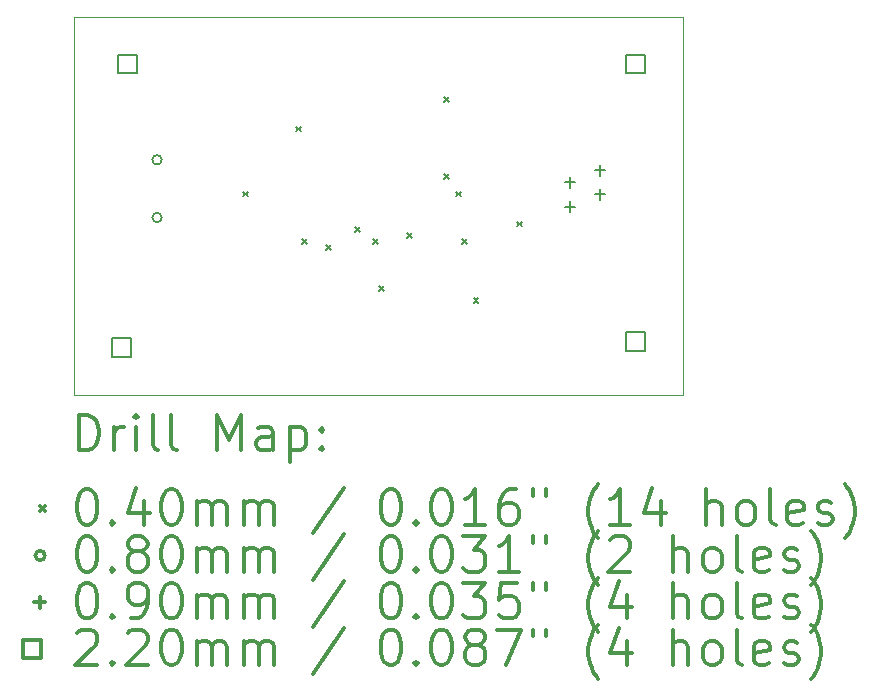
<source format=gbr>
%FSLAX45Y45*%
G04 Gerber Fmt 4.5, Leading zero omitted, Abs format (unit mm)*
G04 Created by KiCad (PCBNEW 5.1.9-73d0e3b20d~88~ubuntu20.04.1) date 2021-04-13 11:53:47*
%MOMM*%
%LPD*%
G01*
G04 APERTURE LIST*
%TA.AperFunction,Profile*%
%ADD10C,0.100000*%
%TD*%
%ADD11C,0.200000*%
%ADD12C,0.300000*%
G04 APERTURE END LIST*
D10*
X14950000Y-14950000D02*
X14950000Y-12350000D01*
X9800000Y-14950000D02*
X14950000Y-14950000D01*
X9800000Y-11750000D02*
X9800000Y-14950000D01*
X14950000Y-11750000D02*
X9800000Y-11750000D01*
X14950000Y-12350000D02*
X14950000Y-11750000D01*
D11*
X11230000Y-13230000D02*
X11270000Y-13270000D01*
X11270000Y-13230000D02*
X11230000Y-13270000D01*
X11680000Y-12680000D02*
X11720000Y-12720000D01*
X11720000Y-12680000D02*
X11680000Y-12720000D01*
X11730000Y-13630000D02*
X11770000Y-13670000D01*
X11770000Y-13630000D02*
X11730000Y-13670000D01*
X11930000Y-13680000D02*
X11970000Y-13720000D01*
X11970000Y-13680000D02*
X11930000Y-13720000D01*
X12180000Y-13530000D02*
X12220000Y-13570000D01*
X12220000Y-13530000D02*
X12180000Y-13570000D01*
X12330000Y-13630000D02*
X12370000Y-13670000D01*
X12370000Y-13630000D02*
X12330000Y-13670000D01*
X12380000Y-14030000D02*
X12420000Y-14070000D01*
X12420000Y-14030000D02*
X12380000Y-14070000D01*
X12615280Y-13580010D02*
X12655280Y-13620010D01*
X12655280Y-13580010D02*
X12615280Y-13620010D01*
X12930000Y-12430000D02*
X12970000Y-12470000D01*
X12970000Y-12430000D02*
X12930000Y-12470000D01*
X12930000Y-13080000D02*
X12970000Y-13120000D01*
X12970000Y-13080000D02*
X12930000Y-13120000D01*
X13030000Y-13230000D02*
X13070000Y-13270000D01*
X13070000Y-13230000D02*
X13030000Y-13270000D01*
X13080000Y-13630000D02*
X13120000Y-13670000D01*
X13120000Y-13630000D02*
X13080000Y-13670000D01*
X13180000Y-14130000D02*
X13220000Y-14170000D01*
X13220000Y-14130000D02*
X13180000Y-14170000D01*
X13548150Y-13484490D02*
X13588150Y-13524490D01*
X13588150Y-13484490D02*
X13548150Y-13524490D01*
X10540000Y-12960000D02*
G75*
G03*
X10540000Y-12960000I-40000J0D01*
G01*
X10540000Y-13450000D02*
G75*
G03*
X10540000Y-13450000I-40000J0D01*
G01*
X13996000Y-13107000D02*
X13996000Y-13197000D01*
X13951000Y-13152000D02*
X14041000Y-13152000D01*
X13996000Y-13311000D02*
X13996000Y-13401000D01*
X13951000Y-13356000D02*
X14041000Y-13356000D01*
X14250000Y-13005000D02*
X14250000Y-13095000D01*
X14205000Y-13050000D02*
X14295000Y-13050000D01*
X14250000Y-13209000D02*
X14250000Y-13299000D01*
X14205000Y-13254000D02*
X14295000Y-13254000D01*
X10277783Y-14627782D02*
X10277783Y-14472217D01*
X10122218Y-14472217D01*
X10122218Y-14627782D01*
X10277783Y-14627782D01*
X10327783Y-12227782D02*
X10327783Y-12072217D01*
X10172218Y-12072217D01*
X10172218Y-12227782D01*
X10327783Y-12227782D01*
X14627782Y-12227782D02*
X14627782Y-12072217D01*
X14472217Y-12072217D01*
X14472217Y-12227782D01*
X14627782Y-12227782D01*
X14627782Y-14577782D02*
X14627782Y-14422217D01*
X14472217Y-14422217D01*
X14472217Y-14577782D01*
X14627782Y-14577782D01*
D12*
X9836429Y-15420714D02*
X9836429Y-15120714D01*
X9907857Y-15120714D01*
X9950714Y-15135000D01*
X9979286Y-15163571D01*
X9993571Y-15192143D01*
X10007857Y-15249286D01*
X10007857Y-15292143D01*
X9993571Y-15349286D01*
X9979286Y-15377857D01*
X9950714Y-15406429D01*
X9907857Y-15420714D01*
X9836429Y-15420714D01*
X10136429Y-15420714D02*
X10136429Y-15220714D01*
X10136429Y-15277857D02*
X10150714Y-15249286D01*
X10165000Y-15235000D01*
X10193571Y-15220714D01*
X10222143Y-15220714D01*
X10322143Y-15420714D02*
X10322143Y-15220714D01*
X10322143Y-15120714D02*
X10307857Y-15135000D01*
X10322143Y-15149286D01*
X10336429Y-15135000D01*
X10322143Y-15120714D01*
X10322143Y-15149286D01*
X10507857Y-15420714D02*
X10479286Y-15406429D01*
X10465000Y-15377857D01*
X10465000Y-15120714D01*
X10665000Y-15420714D02*
X10636429Y-15406429D01*
X10622143Y-15377857D01*
X10622143Y-15120714D01*
X11007857Y-15420714D02*
X11007857Y-15120714D01*
X11107857Y-15335000D01*
X11207857Y-15120714D01*
X11207857Y-15420714D01*
X11479286Y-15420714D02*
X11479286Y-15263571D01*
X11465000Y-15235000D01*
X11436428Y-15220714D01*
X11379286Y-15220714D01*
X11350714Y-15235000D01*
X11479286Y-15406429D02*
X11450714Y-15420714D01*
X11379286Y-15420714D01*
X11350714Y-15406429D01*
X11336428Y-15377857D01*
X11336428Y-15349286D01*
X11350714Y-15320714D01*
X11379286Y-15306429D01*
X11450714Y-15306429D01*
X11479286Y-15292143D01*
X11622143Y-15220714D02*
X11622143Y-15520714D01*
X11622143Y-15235000D02*
X11650714Y-15220714D01*
X11707857Y-15220714D01*
X11736428Y-15235000D01*
X11750714Y-15249286D01*
X11765000Y-15277857D01*
X11765000Y-15363571D01*
X11750714Y-15392143D01*
X11736428Y-15406429D01*
X11707857Y-15420714D01*
X11650714Y-15420714D01*
X11622143Y-15406429D01*
X11893571Y-15392143D02*
X11907857Y-15406429D01*
X11893571Y-15420714D01*
X11879286Y-15406429D01*
X11893571Y-15392143D01*
X11893571Y-15420714D01*
X11893571Y-15235000D02*
X11907857Y-15249286D01*
X11893571Y-15263571D01*
X11879286Y-15249286D01*
X11893571Y-15235000D01*
X11893571Y-15263571D01*
X9510000Y-15895000D02*
X9550000Y-15935000D01*
X9550000Y-15895000D02*
X9510000Y-15935000D01*
X9893571Y-15750714D02*
X9922143Y-15750714D01*
X9950714Y-15765000D01*
X9965000Y-15779286D01*
X9979286Y-15807857D01*
X9993571Y-15865000D01*
X9993571Y-15936429D01*
X9979286Y-15993571D01*
X9965000Y-16022143D01*
X9950714Y-16036429D01*
X9922143Y-16050714D01*
X9893571Y-16050714D01*
X9865000Y-16036429D01*
X9850714Y-16022143D01*
X9836429Y-15993571D01*
X9822143Y-15936429D01*
X9822143Y-15865000D01*
X9836429Y-15807857D01*
X9850714Y-15779286D01*
X9865000Y-15765000D01*
X9893571Y-15750714D01*
X10122143Y-16022143D02*
X10136429Y-16036429D01*
X10122143Y-16050714D01*
X10107857Y-16036429D01*
X10122143Y-16022143D01*
X10122143Y-16050714D01*
X10393571Y-15850714D02*
X10393571Y-16050714D01*
X10322143Y-15736429D02*
X10250714Y-15950714D01*
X10436429Y-15950714D01*
X10607857Y-15750714D02*
X10636429Y-15750714D01*
X10665000Y-15765000D01*
X10679286Y-15779286D01*
X10693571Y-15807857D01*
X10707857Y-15865000D01*
X10707857Y-15936429D01*
X10693571Y-15993571D01*
X10679286Y-16022143D01*
X10665000Y-16036429D01*
X10636429Y-16050714D01*
X10607857Y-16050714D01*
X10579286Y-16036429D01*
X10565000Y-16022143D01*
X10550714Y-15993571D01*
X10536429Y-15936429D01*
X10536429Y-15865000D01*
X10550714Y-15807857D01*
X10565000Y-15779286D01*
X10579286Y-15765000D01*
X10607857Y-15750714D01*
X10836429Y-16050714D02*
X10836429Y-15850714D01*
X10836429Y-15879286D02*
X10850714Y-15865000D01*
X10879286Y-15850714D01*
X10922143Y-15850714D01*
X10950714Y-15865000D01*
X10965000Y-15893571D01*
X10965000Y-16050714D01*
X10965000Y-15893571D02*
X10979286Y-15865000D01*
X11007857Y-15850714D01*
X11050714Y-15850714D01*
X11079286Y-15865000D01*
X11093571Y-15893571D01*
X11093571Y-16050714D01*
X11236428Y-16050714D02*
X11236428Y-15850714D01*
X11236428Y-15879286D02*
X11250714Y-15865000D01*
X11279286Y-15850714D01*
X11322143Y-15850714D01*
X11350714Y-15865000D01*
X11365000Y-15893571D01*
X11365000Y-16050714D01*
X11365000Y-15893571D02*
X11379286Y-15865000D01*
X11407857Y-15850714D01*
X11450714Y-15850714D01*
X11479286Y-15865000D01*
X11493571Y-15893571D01*
X11493571Y-16050714D01*
X12079286Y-15736429D02*
X11822143Y-16122143D01*
X12465000Y-15750714D02*
X12493571Y-15750714D01*
X12522143Y-15765000D01*
X12536428Y-15779286D01*
X12550714Y-15807857D01*
X12565000Y-15865000D01*
X12565000Y-15936429D01*
X12550714Y-15993571D01*
X12536428Y-16022143D01*
X12522143Y-16036429D01*
X12493571Y-16050714D01*
X12465000Y-16050714D01*
X12436428Y-16036429D01*
X12422143Y-16022143D01*
X12407857Y-15993571D01*
X12393571Y-15936429D01*
X12393571Y-15865000D01*
X12407857Y-15807857D01*
X12422143Y-15779286D01*
X12436428Y-15765000D01*
X12465000Y-15750714D01*
X12693571Y-16022143D02*
X12707857Y-16036429D01*
X12693571Y-16050714D01*
X12679286Y-16036429D01*
X12693571Y-16022143D01*
X12693571Y-16050714D01*
X12893571Y-15750714D02*
X12922143Y-15750714D01*
X12950714Y-15765000D01*
X12965000Y-15779286D01*
X12979286Y-15807857D01*
X12993571Y-15865000D01*
X12993571Y-15936429D01*
X12979286Y-15993571D01*
X12965000Y-16022143D01*
X12950714Y-16036429D01*
X12922143Y-16050714D01*
X12893571Y-16050714D01*
X12865000Y-16036429D01*
X12850714Y-16022143D01*
X12836428Y-15993571D01*
X12822143Y-15936429D01*
X12822143Y-15865000D01*
X12836428Y-15807857D01*
X12850714Y-15779286D01*
X12865000Y-15765000D01*
X12893571Y-15750714D01*
X13279286Y-16050714D02*
X13107857Y-16050714D01*
X13193571Y-16050714D02*
X13193571Y-15750714D01*
X13165000Y-15793571D01*
X13136428Y-15822143D01*
X13107857Y-15836429D01*
X13536428Y-15750714D02*
X13479286Y-15750714D01*
X13450714Y-15765000D01*
X13436428Y-15779286D01*
X13407857Y-15822143D01*
X13393571Y-15879286D01*
X13393571Y-15993571D01*
X13407857Y-16022143D01*
X13422143Y-16036429D01*
X13450714Y-16050714D01*
X13507857Y-16050714D01*
X13536428Y-16036429D01*
X13550714Y-16022143D01*
X13565000Y-15993571D01*
X13565000Y-15922143D01*
X13550714Y-15893571D01*
X13536428Y-15879286D01*
X13507857Y-15865000D01*
X13450714Y-15865000D01*
X13422143Y-15879286D01*
X13407857Y-15893571D01*
X13393571Y-15922143D01*
X13679286Y-15750714D02*
X13679286Y-15807857D01*
X13793571Y-15750714D02*
X13793571Y-15807857D01*
X14236428Y-16165000D02*
X14222143Y-16150714D01*
X14193571Y-16107857D01*
X14179286Y-16079286D01*
X14165000Y-16036429D01*
X14150714Y-15965000D01*
X14150714Y-15907857D01*
X14165000Y-15836429D01*
X14179286Y-15793571D01*
X14193571Y-15765000D01*
X14222143Y-15722143D01*
X14236428Y-15707857D01*
X14507857Y-16050714D02*
X14336428Y-16050714D01*
X14422143Y-16050714D02*
X14422143Y-15750714D01*
X14393571Y-15793571D01*
X14365000Y-15822143D01*
X14336428Y-15836429D01*
X14765000Y-15850714D02*
X14765000Y-16050714D01*
X14693571Y-15736429D02*
X14622143Y-15950714D01*
X14807857Y-15950714D01*
X15150714Y-16050714D02*
X15150714Y-15750714D01*
X15279286Y-16050714D02*
X15279286Y-15893571D01*
X15265000Y-15865000D01*
X15236428Y-15850714D01*
X15193571Y-15850714D01*
X15165000Y-15865000D01*
X15150714Y-15879286D01*
X15465000Y-16050714D02*
X15436428Y-16036429D01*
X15422143Y-16022143D01*
X15407857Y-15993571D01*
X15407857Y-15907857D01*
X15422143Y-15879286D01*
X15436428Y-15865000D01*
X15465000Y-15850714D01*
X15507857Y-15850714D01*
X15536428Y-15865000D01*
X15550714Y-15879286D01*
X15565000Y-15907857D01*
X15565000Y-15993571D01*
X15550714Y-16022143D01*
X15536428Y-16036429D01*
X15507857Y-16050714D01*
X15465000Y-16050714D01*
X15736428Y-16050714D02*
X15707857Y-16036429D01*
X15693571Y-16007857D01*
X15693571Y-15750714D01*
X15965000Y-16036429D02*
X15936428Y-16050714D01*
X15879286Y-16050714D01*
X15850714Y-16036429D01*
X15836428Y-16007857D01*
X15836428Y-15893571D01*
X15850714Y-15865000D01*
X15879286Y-15850714D01*
X15936428Y-15850714D01*
X15965000Y-15865000D01*
X15979286Y-15893571D01*
X15979286Y-15922143D01*
X15836428Y-15950714D01*
X16093571Y-16036429D02*
X16122143Y-16050714D01*
X16179286Y-16050714D01*
X16207857Y-16036429D01*
X16222143Y-16007857D01*
X16222143Y-15993571D01*
X16207857Y-15965000D01*
X16179286Y-15950714D01*
X16136428Y-15950714D01*
X16107857Y-15936429D01*
X16093571Y-15907857D01*
X16093571Y-15893571D01*
X16107857Y-15865000D01*
X16136428Y-15850714D01*
X16179286Y-15850714D01*
X16207857Y-15865000D01*
X16322143Y-16165000D02*
X16336428Y-16150714D01*
X16365000Y-16107857D01*
X16379286Y-16079286D01*
X16393571Y-16036429D01*
X16407857Y-15965000D01*
X16407857Y-15907857D01*
X16393571Y-15836429D01*
X16379286Y-15793571D01*
X16365000Y-15765000D01*
X16336428Y-15722143D01*
X16322143Y-15707857D01*
X9550000Y-16311000D02*
G75*
G03*
X9550000Y-16311000I-40000J0D01*
G01*
X9893571Y-16146714D02*
X9922143Y-16146714D01*
X9950714Y-16161000D01*
X9965000Y-16175286D01*
X9979286Y-16203857D01*
X9993571Y-16261000D01*
X9993571Y-16332429D01*
X9979286Y-16389571D01*
X9965000Y-16418143D01*
X9950714Y-16432429D01*
X9922143Y-16446714D01*
X9893571Y-16446714D01*
X9865000Y-16432429D01*
X9850714Y-16418143D01*
X9836429Y-16389571D01*
X9822143Y-16332429D01*
X9822143Y-16261000D01*
X9836429Y-16203857D01*
X9850714Y-16175286D01*
X9865000Y-16161000D01*
X9893571Y-16146714D01*
X10122143Y-16418143D02*
X10136429Y-16432429D01*
X10122143Y-16446714D01*
X10107857Y-16432429D01*
X10122143Y-16418143D01*
X10122143Y-16446714D01*
X10307857Y-16275286D02*
X10279286Y-16261000D01*
X10265000Y-16246714D01*
X10250714Y-16218143D01*
X10250714Y-16203857D01*
X10265000Y-16175286D01*
X10279286Y-16161000D01*
X10307857Y-16146714D01*
X10365000Y-16146714D01*
X10393571Y-16161000D01*
X10407857Y-16175286D01*
X10422143Y-16203857D01*
X10422143Y-16218143D01*
X10407857Y-16246714D01*
X10393571Y-16261000D01*
X10365000Y-16275286D01*
X10307857Y-16275286D01*
X10279286Y-16289571D01*
X10265000Y-16303857D01*
X10250714Y-16332429D01*
X10250714Y-16389571D01*
X10265000Y-16418143D01*
X10279286Y-16432429D01*
X10307857Y-16446714D01*
X10365000Y-16446714D01*
X10393571Y-16432429D01*
X10407857Y-16418143D01*
X10422143Y-16389571D01*
X10422143Y-16332429D01*
X10407857Y-16303857D01*
X10393571Y-16289571D01*
X10365000Y-16275286D01*
X10607857Y-16146714D02*
X10636429Y-16146714D01*
X10665000Y-16161000D01*
X10679286Y-16175286D01*
X10693571Y-16203857D01*
X10707857Y-16261000D01*
X10707857Y-16332429D01*
X10693571Y-16389571D01*
X10679286Y-16418143D01*
X10665000Y-16432429D01*
X10636429Y-16446714D01*
X10607857Y-16446714D01*
X10579286Y-16432429D01*
X10565000Y-16418143D01*
X10550714Y-16389571D01*
X10536429Y-16332429D01*
X10536429Y-16261000D01*
X10550714Y-16203857D01*
X10565000Y-16175286D01*
X10579286Y-16161000D01*
X10607857Y-16146714D01*
X10836429Y-16446714D02*
X10836429Y-16246714D01*
X10836429Y-16275286D02*
X10850714Y-16261000D01*
X10879286Y-16246714D01*
X10922143Y-16246714D01*
X10950714Y-16261000D01*
X10965000Y-16289571D01*
X10965000Y-16446714D01*
X10965000Y-16289571D02*
X10979286Y-16261000D01*
X11007857Y-16246714D01*
X11050714Y-16246714D01*
X11079286Y-16261000D01*
X11093571Y-16289571D01*
X11093571Y-16446714D01*
X11236428Y-16446714D02*
X11236428Y-16246714D01*
X11236428Y-16275286D02*
X11250714Y-16261000D01*
X11279286Y-16246714D01*
X11322143Y-16246714D01*
X11350714Y-16261000D01*
X11365000Y-16289571D01*
X11365000Y-16446714D01*
X11365000Y-16289571D02*
X11379286Y-16261000D01*
X11407857Y-16246714D01*
X11450714Y-16246714D01*
X11479286Y-16261000D01*
X11493571Y-16289571D01*
X11493571Y-16446714D01*
X12079286Y-16132429D02*
X11822143Y-16518143D01*
X12465000Y-16146714D02*
X12493571Y-16146714D01*
X12522143Y-16161000D01*
X12536428Y-16175286D01*
X12550714Y-16203857D01*
X12565000Y-16261000D01*
X12565000Y-16332429D01*
X12550714Y-16389571D01*
X12536428Y-16418143D01*
X12522143Y-16432429D01*
X12493571Y-16446714D01*
X12465000Y-16446714D01*
X12436428Y-16432429D01*
X12422143Y-16418143D01*
X12407857Y-16389571D01*
X12393571Y-16332429D01*
X12393571Y-16261000D01*
X12407857Y-16203857D01*
X12422143Y-16175286D01*
X12436428Y-16161000D01*
X12465000Y-16146714D01*
X12693571Y-16418143D02*
X12707857Y-16432429D01*
X12693571Y-16446714D01*
X12679286Y-16432429D01*
X12693571Y-16418143D01*
X12693571Y-16446714D01*
X12893571Y-16146714D02*
X12922143Y-16146714D01*
X12950714Y-16161000D01*
X12965000Y-16175286D01*
X12979286Y-16203857D01*
X12993571Y-16261000D01*
X12993571Y-16332429D01*
X12979286Y-16389571D01*
X12965000Y-16418143D01*
X12950714Y-16432429D01*
X12922143Y-16446714D01*
X12893571Y-16446714D01*
X12865000Y-16432429D01*
X12850714Y-16418143D01*
X12836428Y-16389571D01*
X12822143Y-16332429D01*
X12822143Y-16261000D01*
X12836428Y-16203857D01*
X12850714Y-16175286D01*
X12865000Y-16161000D01*
X12893571Y-16146714D01*
X13093571Y-16146714D02*
X13279286Y-16146714D01*
X13179286Y-16261000D01*
X13222143Y-16261000D01*
X13250714Y-16275286D01*
X13265000Y-16289571D01*
X13279286Y-16318143D01*
X13279286Y-16389571D01*
X13265000Y-16418143D01*
X13250714Y-16432429D01*
X13222143Y-16446714D01*
X13136428Y-16446714D01*
X13107857Y-16432429D01*
X13093571Y-16418143D01*
X13565000Y-16446714D02*
X13393571Y-16446714D01*
X13479286Y-16446714D02*
X13479286Y-16146714D01*
X13450714Y-16189571D01*
X13422143Y-16218143D01*
X13393571Y-16232429D01*
X13679286Y-16146714D02*
X13679286Y-16203857D01*
X13793571Y-16146714D02*
X13793571Y-16203857D01*
X14236428Y-16561000D02*
X14222143Y-16546714D01*
X14193571Y-16503857D01*
X14179286Y-16475286D01*
X14165000Y-16432429D01*
X14150714Y-16361000D01*
X14150714Y-16303857D01*
X14165000Y-16232429D01*
X14179286Y-16189571D01*
X14193571Y-16161000D01*
X14222143Y-16118143D01*
X14236428Y-16103857D01*
X14336428Y-16175286D02*
X14350714Y-16161000D01*
X14379286Y-16146714D01*
X14450714Y-16146714D01*
X14479286Y-16161000D01*
X14493571Y-16175286D01*
X14507857Y-16203857D01*
X14507857Y-16232429D01*
X14493571Y-16275286D01*
X14322143Y-16446714D01*
X14507857Y-16446714D01*
X14865000Y-16446714D02*
X14865000Y-16146714D01*
X14993571Y-16446714D02*
X14993571Y-16289571D01*
X14979286Y-16261000D01*
X14950714Y-16246714D01*
X14907857Y-16246714D01*
X14879286Y-16261000D01*
X14865000Y-16275286D01*
X15179286Y-16446714D02*
X15150714Y-16432429D01*
X15136428Y-16418143D01*
X15122143Y-16389571D01*
X15122143Y-16303857D01*
X15136428Y-16275286D01*
X15150714Y-16261000D01*
X15179286Y-16246714D01*
X15222143Y-16246714D01*
X15250714Y-16261000D01*
X15265000Y-16275286D01*
X15279286Y-16303857D01*
X15279286Y-16389571D01*
X15265000Y-16418143D01*
X15250714Y-16432429D01*
X15222143Y-16446714D01*
X15179286Y-16446714D01*
X15450714Y-16446714D02*
X15422143Y-16432429D01*
X15407857Y-16403857D01*
X15407857Y-16146714D01*
X15679286Y-16432429D02*
X15650714Y-16446714D01*
X15593571Y-16446714D01*
X15565000Y-16432429D01*
X15550714Y-16403857D01*
X15550714Y-16289571D01*
X15565000Y-16261000D01*
X15593571Y-16246714D01*
X15650714Y-16246714D01*
X15679286Y-16261000D01*
X15693571Y-16289571D01*
X15693571Y-16318143D01*
X15550714Y-16346714D01*
X15807857Y-16432429D02*
X15836428Y-16446714D01*
X15893571Y-16446714D01*
X15922143Y-16432429D01*
X15936428Y-16403857D01*
X15936428Y-16389571D01*
X15922143Y-16361000D01*
X15893571Y-16346714D01*
X15850714Y-16346714D01*
X15822143Y-16332429D01*
X15807857Y-16303857D01*
X15807857Y-16289571D01*
X15822143Y-16261000D01*
X15850714Y-16246714D01*
X15893571Y-16246714D01*
X15922143Y-16261000D01*
X16036428Y-16561000D02*
X16050714Y-16546714D01*
X16079286Y-16503857D01*
X16093571Y-16475286D01*
X16107857Y-16432429D01*
X16122143Y-16361000D01*
X16122143Y-16303857D01*
X16107857Y-16232429D01*
X16093571Y-16189571D01*
X16079286Y-16161000D01*
X16050714Y-16118143D01*
X16036428Y-16103857D01*
X9505000Y-16662000D02*
X9505000Y-16752000D01*
X9460000Y-16707000D02*
X9550000Y-16707000D01*
X9893571Y-16542714D02*
X9922143Y-16542714D01*
X9950714Y-16557000D01*
X9965000Y-16571286D01*
X9979286Y-16599857D01*
X9993571Y-16657000D01*
X9993571Y-16728429D01*
X9979286Y-16785572D01*
X9965000Y-16814143D01*
X9950714Y-16828429D01*
X9922143Y-16842714D01*
X9893571Y-16842714D01*
X9865000Y-16828429D01*
X9850714Y-16814143D01*
X9836429Y-16785572D01*
X9822143Y-16728429D01*
X9822143Y-16657000D01*
X9836429Y-16599857D01*
X9850714Y-16571286D01*
X9865000Y-16557000D01*
X9893571Y-16542714D01*
X10122143Y-16814143D02*
X10136429Y-16828429D01*
X10122143Y-16842714D01*
X10107857Y-16828429D01*
X10122143Y-16814143D01*
X10122143Y-16842714D01*
X10279286Y-16842714D02*
X10336429Y-16842714D01*
X10365000Y-16828429D01*
X10379286Y-16814143D01*
X10407857Y-16771286D01*
X10422143Y-16714143D01*
X10422143Y-16599857D01*
X10407857Y-16571286D01*
X10393571Y-16557000D01*
X10365000Y-16542714D01*
X10307857Y-16542714D01*
X10279286Y-16557000D01*
X10265000Y-16571286D01*
X10250714Y-16599857D01*
X10250714Y-16671286D01*
X10265000Y-16699857D01*
X10279286Y-16714143D01*
X10307857Y-16728429D01*
X10365000Y-16728429D01*
X10393571Y-16714143D01*
X10407857Y-16699857D01*
X10422143Y-16671286D01*
X10607857Y-16542714D02*
X10636429Y-16542714D01*
X10665000Y-16557000D01*
X10679286Y-16571286D01*
X10693571Y-16599857D01*
X10707857Y-16657000D01*
X10707857Y-16728429D01*
X10693571Y-16785572D01*
X10679286Y-16814143D01*
X10665000Y-16828429D01*
X10636429Y-16842714D01*
X10607857Y-16842714D01*
X10579286Y-16828429D01*
X10565000Y-16814143D01*
X10550714Y-16785572D01*
X10536429Y-16728429D01*
X10536429Y-16657000D01*
X10550714Y-16599857D01*
X10565000Y-16571286D01*
X10579286Y-16557000D01*
X10607857Y-16542714D01*
X10836429Y-16842714D02*
X10836429Y-16642714D01*
X10836429Y-16671286D02*
X10850714Y-16657000D01*
X10879286Y-16642714D01*
X10922143Y-16642714D01*
X10950714Y-16657000D01*
X10965000Y-16685571D01*
X10965000Y-16842714D01*
X10965000Y-16685571D02*
X10979286Y-16657000D01*
X11007857Y-16642714D01*
X11050714Y-16642714D01*
X11079286Y-16657000D01*
X11093571Y-16685571D01*
X11093571Y-16842714D01*
X11236428Y-16842714D02*
X11236428Y-16642714D01*
X11236428Y-16671286D02*
X11250714Y-16657000D01*
X11279286Y-16642714D01*
X11322143Y-16642714D01*
X11350714Y-16657000D01*
X11365000Y-16685571D01*
X11365000Y-16842714D01*
X11365000Y-16685571D02*
X11379286Y-16657000D01*
X11407857Y-16642714D01*
X11450714Y-16642714D01*
X11479286Y-16657000D01*
X11493571Y-16685571D01*
X11493571Y-16842714D01*
X12079286Y-16528429D02*
X11822143Y-16914143D01*
X12465000Y-16542714D02*
X12493571Y-16542714D01*
X12522143Y-16557000D01*
X12536428Y-16571286D01*
X12550714Y-16599857D01*
X12565000Y-16657000D01*
X12565000Y-16728429D01*
X12550714Y-16785572D01*
X12536428Y-16814143D01*
X12522143Y-16828429D01*
X12493571Y-16842714D01*
X12465000Y-16842714D01*
X12436428Y-16828429D01*
X12422143Y-16814143D01*
X12407857Y-16785572D01*
X12393571Y-16728429D01*
X12393571Y-16657000D01*
X12407857Y-16599857D01*
X12422143Y-16571286D01*
X12436428Y-16557000D01*
X12465000Y-16542714D01*
X12693571Y-16814143D02*
X12707857Y-16828429D01*
X12693571Y-16842714D01*
X12679286Y-16828429D01*
X12693571Y-16814143D01*
X12693571Y-16842714D01*
X12893571Y-16542714D02*
X12922143Y-16542714D01*
X12950714Y-16557000D01*
X12965000Y-16571286D01*
X12979286Y-16599857D01*
X12993571Y-16657000D01*
X12993571Y-16728429D01*
X12979286Y-16785572D01*
X12965000Y-16814143D01*
X12950714Y-16828429D01*
X12922143Y-16842714D01*
X12893571Y-16842714D01*
X12865000Y-16828429D01*
X12850714Y-16814143D01*
X12836428Y-16785572D01*
X12822143Y-16728429D01*
X12822143Y-16657000D01*
X12836428Y-16599857D01*
X12850714Y-16571286D01*
X12865000Y-16557000D01*
X12893571Y-16542714D01*
X13093571Y-16542714D02*
X13279286Y-16542714D01*
X13179286Y-16657000D01*
X13222143Y-16657000D01*
X13250714Y-16671286D01*
X13265000Y-16685571D01*
X13279286Y-16714143D01*
X13279286Y-16785572D01*
X13265000Y-16814143D01*
X13250714Y-16828429D01*
X13222143Y-16842714D01*
X13136428Y-16842714D01*
X13107857Y-16828429D01*
X13093571Y-16814143D01*
X13550714Y-16542714D02*
X13407857Y-16542714D01*
X13393571Y-16685571D01*
X13407857Y-16671286D01*
X13436428Y-16657000D01*
X13507857Y-16657000D01*
X13536428Y-16671286D01*
X13550714Y-16685571D01*
X13565000Y-16714143D01*
X13565000Y-16785572D01*
X13550714Y-16814143D01*
X13536428Y-16828429D01*
X13507857Y-16842714D01*
X13436428Y-16842714D01*
X13407857Y-16828429D01*
X13393571Y-16814143D01*
X13679286Y-16542714D02*
X13679286Y-16599857D01*
X13793571Y-16542714D02*
X13793571Y-16599857D01*
X14236428Y-16957000D02*
X14222143Y-16942714D01*
X14193571Y-16899857D01*
X14179286Y-16871286D01*
X14165000Y-16828429D01*
X14150714Y-16757000D01*
X14150714Y-16699857D01*
X14165000Y-16628429D01*
X14179286Y-16585571D01*
X14193571Y-16557000D01*
X14222143Y-16514143D01*
X14236428Y-16499857D01*
X14479286Y-16642714D02*
X14479286Y-16842714D01*
X14407857Y-16528429D02*
X14336428Y-16742714D01*
X14522143Y-16742714D01*
X14865000Y-16842714D02*
X14865000Y-16542714D01*
X14993571Y-16842714D02*
X14993571Y-16685571D01*
X14979286Y-16657000D01*
X14950714Y-16642714D01*
X14907857Y-16642714D01*
X14879286Y-16657000D01*
X14865000Y-16671286D01*
X15179286Y-16842714D02*
X15150714Y-16828429D01*
X15136428Y-16814143D01*
X15122143Y-16785572D01*
X15122143Y-16699857D01*
X15136428Y-16671286D01*
X15150714Y-16657000D01*
X15179286Y-16642714D01*
X15222143Y-16642714D01*
X15250714Y-16657000D01*
X15265000Y-16671286D01*
X15279286Y-16699857D01*
X15279286Y-16785572D01*
X15265000Y-16814143D01*
X15250714Y-16828429D01*
X15222143Y-16842714D01*
X15179286Y-16842714D01*
X15450714Y-16842714D02*
X15422143Y-16828429D01*
X15407857Y-16799857D01*
X15407857Y-16542714D01*
X15679286Y-16828429D02*
X15650714Y-16842714D01*
X15593571Y-16842714D01*
X15565000Y-16828429D01*
X15550714Y-16799857D01*
X15550714Y-16685571D01*
X15565000Y-16657000D01*
X15593571Y-16642714D01*
X15650714Y-16642714D01*
X15679286Y-16657000D01*
X15693571Y-16685571D01*
X15693571Y-16714143D01*
X15550714Y-16742714D01*
X15807857Y-16828429D02*
X15836428Y-16842714D01*
X15893571Y-16842714D01*
X15922143Y-16828429D01*
X15936428Y-16799857D01*
X15936428Y-16785572D01*
X15922143Y-16757000D01*
X15893571Y-16742714D01*
X15850714Y-16742714D01*
X15822143Y-16728429D01*
X15807857Y-16699857D01*
X15807857Y-16685571D01*
X15822143Y-16657000D01*
X15850714Y-16642714D01*
X15893571Y-16642714D01*
X15922143Y-16657000D01*
X16036428Y-16957000D02*
X16050714Y-16942714D01*
X16079286Y-16899857D01*
X16093571Y-16871286D01*
X16107857Y-16828429D01*
X16122143Y-16757000D01*
X16122143Y-16699857D01*
X16107857Y-16628429D01*
X16093571Y-16585571D01*
X16079286Y-16557000D01*
X16050714Y-16514143D01*
X16036428Y-16499857D01*
X9517783Y-17180783D02*
X9517783Y-17025218D01*
X9362218Y-17025218D01*
X9362218Y-17180783D01*
X9517783Y-17180783D01*
X9822143Y-16967286D02*
X9836429Y-16953000D01*
X9865000Y-16938714D01*
X9936429Y-16938714D01*
X9965000Y-16953000D01*
X9979286Y-16967286D01*
X9993571Y-16995857D01*
X9993571Y-17024429D01*
X9979286Y-17067286D01*
X9807857Y-17238714D01*
X9993571Y-17238714D01*
X10122143Y-17210143D02*
X10136429Y-17224429D01*
X10122143Y-17238714D01*
X10107857Y-17224429D01*
X10122143Y-17210143D01*
X10122143Y-17238714D01*
X10250714Y-16967286D02*
X10265000Y-16953000D01*
X10293571Y-16938714D01*
X10365000Y-16938714D01*
X10393571Y-16953000D01*
X10407857Y-16967286D01*
X10422143Y-16995857D01*
X10422143Y-17024429D01*
X10407857Y-17067286D01*
X10236429Y-17238714D01*
X10422143Y-17238714D01*
X10607857Y-16938714D02*
X10636429Y-16938714D01*
X10665000Y-16953000D01*
X10679286Y-16967286D01*
X10693571Y-16995857D01*
X10707857Y-17053000D01*
X10707857Y-17124429D01*
X10693571Y-17181572D01*
X10679286Y-17210143D01*
X10665000Y-17224429D01*
X10636429Y-17238714D01*
X10607857Y-17238714D01*
X10579286Y-17224429D01*
X10565000Y-17210143D01*
X10550714Y-17181572D01*
X10536429Y-17124429D01*
X10536429Y-17053000D01*
X10550714Y-16995857D01*
X10565000Y-16967286D01*
X10579286Y-16953000D01*
X10607857Y-16938714D01*
X10836429Y-17238714D02*
X10836429Y-17038714D01*
X10836429Y-17067286D02*
X10850714Y-17053000D01*
X10879286Y-17038714D01*
X10922143Y-17038714D01*
X10950714Y-17053000D01*
X10965000Y-17081572D01*
X10965000Y-17238714D01*
X10965000Y-17081572D02*
X10979286Y-17053000D01*
X11007857Y-17038714D01*
X11050714Y-17038714D01*
X11079286Y-17053000D01*
X11093571Y-17081572D01*
X11093571Y-17238714D01*
X11236428Y-17238714D02*
X11236428Y-17038714D01*
X11236428Y-17067286D02*
X11250714Y-17053000D01*
X11279286Y-17038714D01*
X11322143Y-17038714D01*
X11350714Y-17053000D01*
X11365000Y-17081572D01*
X11365000Y-17238714D01*
X11365000Y-17081572D02*
X11379286Y-17053000D01*
X11407857Y-17038714D01*
X11450714Y-17038714D01*
X11479286Y-17053000D01*
X11493571Y-17081572D01*
X11493571Y-17238714D01*
X12079286Y-16924429D02*
X11822143Y-17310143D01*
X12465000Y-16938714D02*
X12493571Y-16938714D01*
X12522143Y-16953000D01*
X12536428Y-16967286D01*
X12550714Y-16995857D01*
X12565000Y-17053000D01*
X12565000Y-17124429D01*
X12550714Y-17181572D01*
X12536428Y-17210143D01*
X12522143Y-17224429D01*
X12493571Y-17238714D01*
X12465000Y-17238714D01*
X12436428Y-17224429D01*
X12422143Y-17210143D01*
X12407857Y-17181572D01*
X12393571Y-17124429D01*
X12393571Y-17053000D01*
X12407857Y-16995857D01*
X12422143Y-16967286D01*
X12436428Y-16953000D01*
X12465000Y-16938714D01*
X12693571Y-17210143D02*
X12707857Y-17224429D01*
X12693571Y-17238714D01*
X12679286Y-17224429D01*
X12693571Y-17210143D01*
X12693571Y-17238714D01*
X12893571Y-16938714D02*
X12922143Y-16938714D01*
X12950714Y-16953000D01*
X12965000Y-16967286D01*
X12979286Y-16995857D01*
X12993571Y-17053000D01*
X12993571Y-17124429D01*
X12979286Y-17181572D01*
X12965000Y-17210143D01*
X12950714Y-17224429D01*
X12922143Y-17238714D01*
X12893571Y-17238714D01*
X12865000Y-17224429D01*
X12850714Y-17210143D01*
X12836428Y-17181572D01*
X12822143Y-17124429D01*
X12822143Y-17053000D01*
X12836428Y-16995857D01*
X12850714Y-16967286D01*
X12865000Y-16953000D01*
X12893571Y-16938714D01*
X13165000Y-17067286D02*
X13136428Y-17053000D01*
X13122143Y-17038714D01*
X13107857Y-17010143D01*
X13107857Y-16995857D01*
X13122143Y-16967286D01*
X13136428Y-16953000D01*
X13165000Y-16938714D01*
X13222143Y-16938714D01*
X13250714Y-16953000D01*
X13265000Y-16967286D01*
X13279286Y-16995857D01*
X13279286Y-17010143D01*
X13265000Y-17038714D01*
X13250714Y-17053000D01*
X13222143Y-17067286D01*
X13165000Y-17067286D01*
X13136428Y-17081572D01*
X13122143Y-17095857D01*
X13107857Y-17124429D01*
X13107857Y-17181572D01*
X13122143Y-17210143D01*
X13136428Y-17224429D01*
X13165000Y-17238714D01*
X13222143Y-17238714D01*
X13250714Y-17224429D01*
X13265000Y-17210143D01*
X13279286Y-17181572D01*
X13279286Y-17124429D01*
X13265000Y-17095857D01*
X13250714Y-17081572D01*
X13222143Y-17067286D01*
X13379286Y-16938714D02*
X13579286Y-16938714D01*
X13450714Y-17238714D01*
X13679286Y-16938714D02*
X13679286Y-16995857D01*
X13793571Y-16938714D02*
X13793571Y-16995857D01*
X14236428Y-17353000D02*
X14222143Y-17338714D01*
X14193571Y-17295857D01*
X14179286Y-17267286D01*
X14165000Y-17224429D01*
X14150714Y-17153000D01*
X14150714Y-17095857D01*
X14165000Y-17024429D01*
X14179286Y-16981572D01*
X14193571Y-16953000D01*
X14222143Y-16910143D01*
X14236428Y-16895857D01*
X14479286Y-17038714D02*
X14479286Y-17238714D01*
X14407857Y-16924429D02*
X14336428Y-17138714D01*
X14522143Y-17138714D01*
X14865000Y-17238714D02*
X14865000Y-16938714D01*
X14993571Y-17238714D02*
X14993571Y-17081572D01*
X14979286Y-17053000D01*
X14950714Y-17038714D01*
X14907857Y-17038714D01*
X14879286Y-17053000D01*
X14865000Y-17067286D01*
X15179286Y-17238714D02*
X15150714Y-17224429D01*
X15136428Y-17210143D01*
X15122143Y-17181572D01*
X15122143Y-17095857D01*
X15136428Y-17067286D01*
X15150714Y-17053000D01*
X15179286Y-17038714D01*
X15222143Y-17038714D01*
X15250714Y-17053000D01*
X15265000Y-17067286D01*
X15279286Y-17095857D01*
X15279286Y-17181572D01*
X15265000Y-17210143D01*
X15250714Y-17224429D01*
X15222143Y-17238714D01*
X15179286Y-17238714D01*
X15450714Y-17238714D02*
X15422143Y-17224429D01*
X15407857Y-17195857D01*
X15407857Y-16938714D01*
X15679286Y-17224429D02*
X15650714Y-17238714D01*
X15593571Y-17238714D01*
X15565000Y-17224429D01*
X15550714Y-17195857D01*
X15550714Y-17081572D01*
X15565000Y-17053000D01*
X15593571Y-17038714D01*
X15650714Y-17038714D01*
X15679286Y-17053000D01*
X15693571Y-17081572D01*
X15693571Y-17110143D01*
X15550714Y-17138714D01*
X15807857Y-17224429D02*
X15836428Y-17238714D01*
X15893571Y-17238714D01*
X15922143Y-17224429D01*
X15936428Y-17195857D01*
X15936428Y-17181572D01*
X15922143Y-17153000D01*
X15893571Y-17138714D01*
X15850714Y-17138714D01*
X15822143Y-17124429D01*
X15807857Y-17095857D01*
X15807857Y-17081572D01*
X15822143Y-17053000D01*
X15850714Y-17038714D01*
X15893571Y-17038714D01*
X15922143Y-17053000D01*
X16036428Y-17353000D02*
X16050714Y-17338714D01*
X16079286Y-17295857D01*
X16093571Y-17267286D01*
X16107857Y-17224429D01*
X16122143Y-17153000D01*
X16122143Y-17095857D01*
X16107857Y-17024429D01*
X16093571Y-16981572D01*
X16079286Y-16953000D01*
X16050714Y-16910143D01*
X16036428Y-16895857D01*
M02*

</source>
